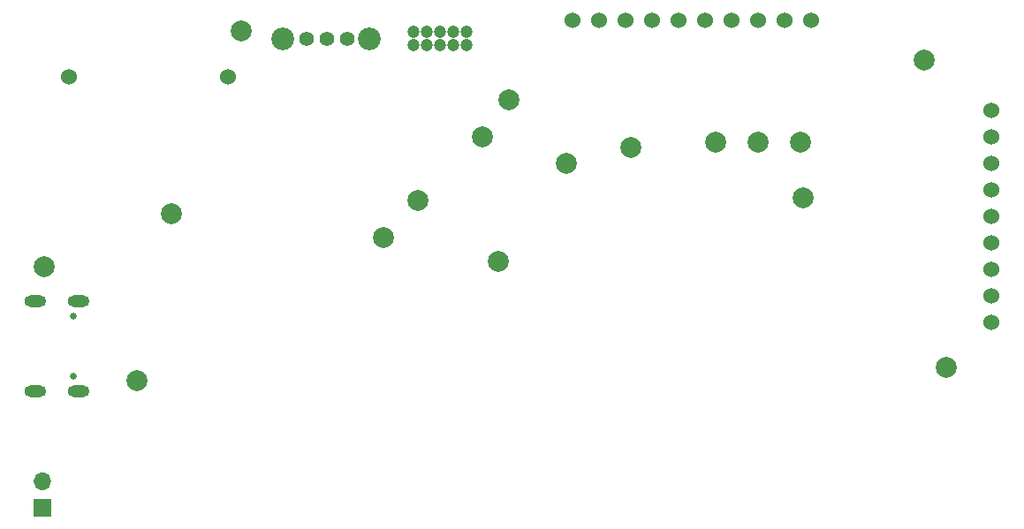
<source format=gbr>
%TF.GenerationSoftware,KiCad,Pcbnew,(6.0.5)*%
%TF.CreationDate,2022-08-05T12:45:28-07:00*%
%TF.ProjectId,RFIDice_V0_revised,52464944-6963-4655-9f56-305f72657669,rev?*%
%TF.SameCoordinates,Original*%
%TF.FileFunction,Soldermask,Bot*%
%TF.FilePolarity,Negative*%
%FSLAX46Y46*%
G04 Gerber Fmt 4.6, Leading zero omitted, Abs format (unit mm)*
G04 Created by KiCad (PCBNEW (6.0.5)) date 2022-08-05 12:45:28*
%MOMM*%
%LPD*%
G01*
G04 APERTURE LIST*
%ADD10C,0.650000*%
%ADD11O,2.101600X1.101600*%
%ADD12C,2.000000*%
%ADD13C,1.524000*%
%ADD14C,1.422400*%
%ADD15C,2.184400*%
%ADD16C,1.203200*%
%ADD17R,1.700000X1.700000*%
%ADD18O,1.700000X1.700000*%
G04 APERTURE END LIST*
D10*
%TO.C,X1*%
X82480000Y-80930000D03*
X82480000Y-86710000D03*
D11*
X82980000Y-79500000D03*
X82980000Y-88140000D03*
X78800000Y-79500000D03*
X78800000Y-88140000D03*
%TD*%
D12*
%TO.C,TP13*%
X163957000Y-56388000D03*
%TD*%
%TO.C,TP12*%
X152400000Y-69596000D03*
%TD*%
%TO.C,TP16*%
X121666000Y-63754000D03*
%TD*%
%TO.C,TP2*%
X79629000Y-76200000D03*
%TD*%
%TO.C,TP7*%
X124206000Y-60198000D03*
%TD*%
%TO.C,TP9*%
X144018000Y-64262000D03*
%TD*%
D13*
%TO.C,BT1*%
X97282000Y-58039000D03*
X82042000Y-58039000D03*
%TD*%
D12*
%TO.C,TP10*%
X148082000Y-64262000D03*
%TD*%
%TO.C,TP15*%
X115443000Y-69850000D03*
%TD*%
D13*
%TO.C,U2*%
X170434000Y-61214000D03*
X170434000Y-63754000D03*
X170434000Y-66294000D03*
X170434000Y-68834000D03*
X170434000Y-71374000D03*
X170434000Y-73914000D03*
X170434000Y-76454000D03*
X170434000Y-78994000D03*
X170434000Y-81534000D03*
%TD*%
D12*
%TO.C,TP14*%
X166116000Y-85852000D03*
%TD*%
%TO.C,TP3*%
X88519000Y-87122000D03*
%TD*%
D14*
%TO.C,SW1*%
X108712004Y-54356000D03*
X106712004Y-54356000D03*
X104812004Y-54356000D03*
D15*
X110812004Y-54356000D03*
X102512004Y-54356000D03*
%TD*%
D12*
%TO.C,TP4*%
X98552000Y-53594000D03*
%TD*%
%TO.C,TP5*%
X129667000Y-66294000D03*
%TD*%
%TO.C,TP11*%
X152146000Y-64262000D03*
%TD*%
%TO.C,TP1*%
X112141000Y-73406000D03*
%TD*%
D16*
%TO.C,J2*%
X120142000Y-53721000D03*
X120142000Y-54991000D03*
X118872000Y-53721000D03*
X118872000Y-54991000D03*
X117602000Y-53721000D03*
X117602000Y-54991000D03*
X116332000Y-53721000D03*
X116332000Y-54991000D03*
X115062000Y-53721000D03*
X115062000Y-54991000D03*
%TD*%
D17*
%TO.C,J1*%
X79502000Y-99314000D03*
D18*
X79502000Y-96774000D03*
%TD*%
D12*
%TO.C,TP18*%
X91821000Y-71120000D03*
%TD*%
%TO.C,TP17*%
X123190000Y-75692000D03*
%TD*%
%TO.C,TP8*%
X135890000Y-64770000D03*
%TD*%
D13*
%TO.C,U8*%
X153162000Y-52578000D03*
X150622000Y-52578000D03*
X148082000Y-52578000D03*
X145542000Y-52578000D03*
X143002000Y-52578000D03*
X140462000Y-52578000D03*
X137922000Y-52578000D03*
X135382000Y-52578000D03*
X132842000Y-52578000D03*
X130302000Y-52578000D03*
%TD*%
M02*

</source>
